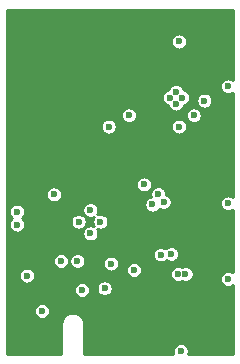
<source format=gbr>
G04 #@! TF.GenerationSoftware,KiCad,Pcbnew,5.1.4-e60b266~84~ubuntu16.04.1*
G04 #@! TF.CreationDate,2019-11-09T12:49:13+01:00*
G04 #@! TF.ProjectId,MiniVarioL0,4d696e69-5661-4726-996f-4c302e6b6963,v1.0.0*
G04 #@! TF.SameCoordinates,PX84157a0PY7270e00*
G04 #@! TF.FileFunction,Copper,L3,Inr*
G04 #@! TF.FilePolarity,Positive*
%FSLAX46Y46*%
G04 Gerber Fmt 4.6, Leading zero omitted, Abs format (unit mm)*
G04 Created by KiCad (PCBNEW 5.1.4-e60b266~84~ubuntu16.04.1) date 2019-11-09 12:49:13*
%MOMM*%
%LPD*%
G04 APERTURE LIST*
%ADD10C,0.600000*%
%ADD11C,0.250000*%
G04 APERTURE END LIST*
D10*
X15550000Y7200000D03*
X14900000Y7200000D03*
X6800000Y5850000D03*
X9250000Y8100000D03*
X11200000Y7550000D03*
X1300000Y12500000D03*
X1300000Y11400000D03*
X13250000Y14000000D03*
X7500000Y12650000D03*
X8350000Y11650000D03*
X6500000Y11650000D03*
X7500000Y10650000D03*
X14750000Y22650000D03*
X14750000Y21650000D03*
X14250000Y22150000D03*
X15250000Y22150000D03*
X13450000Y8850000D03*
X15150000Y700000D03*
X19150000Y23100000D03*
X19150000Y13200000D03*
X19150000Y6800000D03*
X3400000Y4100000D03*
X14200000Y24600000D03*
X18160000Y11510000D03*
X18800000Y11500000D03*
X1500000Y4650000D03*
X11200000Y13350000D03*
X10700000Y9800000D03*
X10225000Y6825000D03*
X4450000Y15400000D03*
X3700000Y9300000D03*
X13550000Y8100000D03*
X10800000Y17400000D03*
X15000000Y26900000D03*
X17150000Y21900000D03*
X2115000Y7085000D03*
X12050000Y14800000D03*
X12750000Y13100000D03*
X5000000Y8300000D03*
X16250000Y20650000D03*
X10750000Y20650000D03*
X15000000Y19700000D03*
X9050000Y19700000D03*
X14350000Y8900000D03*
X13700000Y13300000D03*
X8700000Y6000000D03*
X6400000Y8300000D03*
X4400000Y13950000D03*
D11*
G36*
X19546000Y23652027D02*
G01*
X19471627Y23701722D01*
X19348057Y23752906D01*
X19216876Y23779000D01*
X19083124Y23779000D01*
X18951943Y23752906D01*
X18828373Y23701722D01*
X18717163Y23627413D01*
X18622587Y23532837D01*
X18548278Y23421627D01*
X18497094Y23298057D01*
X18471000Y23166876D01*
X18471000Y23033124D01*
X18497094Y22901943D01*
X18548278Y22778373D01*
X18622587Y22667163D01*
X18717163Y22572587D01*
X18828373Y22498278D01*
X18951943Y22447094D01*
X19083124Y22421000D01*
X19216876Y22421000D01*
X19348057Y22447094D01*
X19471627Y22498278D01*
X19546000Y22547973D01*
X19546001Y13752027D01*
X19471627Y13801722D01*
X19348057Y13852906D01*
X19216876Y13879000D01*
X19083124Y13879000D01*
X18951943Y13852906D01*
X18828373Y13801722D01*
X18717163Y13727413D01*
X18622587Y13632837D01*
X18548278Y13521627D01*
X18497094Y13398057D01*
X18471000Y13266876D01*
X18471000Y13133124D01*
X18497094Y13001943D01*
X18548278Y12878373D01*
X18622587Y12767163D01*
X18717163Y12672587D01*
X18828373Y12598278D01*
X18951943Y12547094D01*
X19083124Y12521000D01*
X19216876Y12521000D01*
X19348057Y12547094D01*
X19471627Y12598278D01*
X19546001Y12647973D01*
X19546001Y7352026D01*
X19471627Y7401722D01*
X19348057Y7452906D01*
X19216876Y7479000D01*
X19083124Y7479000D01*
X18951943Y7452906D01*
X18828373Y7401722D01*
X18717163Y7327413D01*
X18622587Y7232837D01*
X18548278Y7121627D01*
X18497094Y6998057D01*
X18471000Y6866876D01*
X18471000Y6733124D01*
X18497094Y6601943D01*
X18548278Y6478373D01*
X18622587Y6367163D01*
X18717163Y6272587D01*
X18828373Y6198278D01*
X18951943Y6147094D01*
X19083124Y6121000D01*
X19216876Y6121000D01*
X19348057Y6147094D01*
X19471627Y6198278D01*
X19546001Y6247974D01*
X19546001Y454000D01*
X15783048Y454000D01*
X15802906Y501943D01*
X15829000Y633124D01*
X15829000Y766876D01*
X15802906Y898057D01*
X15751722Y1021627D01*
X15677413Y1132837D01*
X15582837Y1227413D01*
X15471627Y1301722D01*
X15348057Y1352906D01*
X15216876Y1379000D01*
X15083124Y1379000D01*
X14951943Y1352906D01*
X14828373Y1301722D01*
X14717163Y1227413D01*
X14622587Y1132837D01*
X14548278Y1021627D01*
X14497094Y898057D01*
X14471000Y766876D01*
X14471000Y633124D01*
X14497094Y501943D01*
X14516952Y454000D01*
X6954000Y454000D01*
X6954000Y3022295D01*
X6951784Y3044794D01*
X6951784Y3051281D01*
X6951121Y3057586D01*
X6940244Y3154561D01*
X6931688Y3194816D01*
X6923697Y3235176D01*
X6921822Y3241231D01*
X6892316Y3334247D01*
X6876094Y3372095D01*
X6860425Y3410113D01*
X6857415Y3415679D01*
X6857411Y3415687D01*
X6857406Y3415694D01*
X6810398Y3501201D01*
X6787158Y3535142D01*
X6764382Y3569424D01*
X6760341Y3574308D01*
X6760340Y3574310D01*
X6760336Y3574314D01*
X6697616Y3649061D01*
X6668209Y3677858D01*
X6639219Y3707051D01*
X6634313Y3711052D01*
X6634310Y3711055D01*
X6634307Y3711057D01*
X6558257Y3772202D01*
X6523840Y3794724D01*
X6489716Y3817741D01*
X6484119Y3820717D01*
X6397641Y3865927D01*
X6359463Y3881352D01*
X6321555Y3897287D01*
X6315491Y3899118D01*
X6315485Y3899120D01*
X6221874Y3926671D01*
X6181460Y3934381D01*
X6141146Y3942656D01*
X6134841Y3943275D01*
X6134837Y3943275D01*
X6037655Y3952119D01*
X5996509Y3951832D01*
X5955363Y3952119D01*
X5949054Y3951500D01*
X5949052Y3951500D01*
X5852006Y3941300D01*
X5811704Y3933027D01*
X5771277Y3925316D01*
X5765215Y3923485D01*
X5765211Y3923484D01*
X5765208Y3923483D01*
X5765209Y3923483D01*
X5671991Y3894627D01*
X5634080Y3878691D01*
X5595906Y3863268D01*
X5590309Y3860291D01*
X5504471Y3813878D01*
X5470387Y3790888D01*
X5435925Y3768337D01*
X5431013Y3764330D01*
X5355824Y3702128D01*
X5326856Y3672957D01*
X5297430Y3644142D01*
X5293390Y3639257D01*
X5231715Y3563636D01*
X5208941Y3529358D01*
X5185696Y3495411D01*
X5182685Y3489840D01*
X5182682Y3489836D01*
X5182682Y3489835D01*
X5136870Y3403675D01*
X5121190Y3365632D01*
X5104980Y3327813D01*
X5103108Y3321763D01*
X5103105Y3321756D01*
X5103105Y3321754D01*
X5074901Y3228339D01*
X5066915Y3188007D01*
X5058352Y3147723D01*
X5057690Y3141418D01*
X5048168Y3044301D01*
X5046001Y3022295D01*
X5046000Y454000D01*
X454000Y454000D01*
X454000Y4166876D01*
X2721000Y4166876D01*
X2721000Y4033124D01*
X2747094Y3901943D01*
X2798278Y3778373D01*
X2872587Y3667163D01*
X2967163Y3572587D01*
X3078373Y3498278D01*
X3201943Y3447094D01*
X3333124Y3421000D01*
X3466876Y3421000D01*
X3598057Y3447094D01*
X3721627Y3498278D01*
X3832837Y3572587D01*
X3927413Y3667163D01*
X4001722Y3778373D01*
X4052906Y3901943D01*
X4079000Y4033124D01*
X4079000Y4166876D01*
X4052906Y4298057D01*
X4001722Y4421627D01*
X3927413Y4532837D01*
X3832837Y4627413D01*
X3721627Y4701722D01*
X3598057Y4752906D01*
X3466876Y4779000D01*
X3333124Y4779000D01*
X3201943Y4752906D01*
X3078373Y4701722D01*
X2967163Y4627413D01*
X2872587Y4532837D01*
X2798278Y4421627D01*
X2747094Y4298057D01*
X2721000Y4166876D01*
X454000Y4166876D01*
X454000Y5916876D01*
X6121000Y5916876D01*
X6121000Y5783124D01*
X6147094Y5651943D01*
X6198278Y5528373D01*
X6272587Y5417163D01*
X6367163Y5322587D01*
X6478373Y5248278D01*
X6601943Y5197094D01*
X6733124Y5171000D01*
X6866876Y5171000D01*
X6998057Y5197094D01*
X7121627Y5248278D01*
X7232837Y5322587D01*
X7327413Y5417163D01*
X7401722Y5528373D01*
X7452906Y5651943D01*
X7479000Y5783124D01*
X7479000Y5916876D01*
X7452906Y6048057D01*
X7445111Y6066876D01*
X8021000Y6066876D01*
X8021000Y5933124D01*
X8047094Y5801943D01*
X8098278Y5678373D01*
X8172587Y5567163D01*
X8267163Y5472587D01*
X8378373Y5398278D01*
X8501943Y5347094D01*
X8633124Y5321000D01*
X8766876Y5321000D01*
X8898057Y5347094D01*
X9021627Y5398278D01*
X9132837Y5472587D01*
X9227413Y5567163D01*
X9301722Y5678373D01*
X9352906Y5801943D01*
X9379000Y5933124D01*
X9379000Y6066876D01*
X9352906Y6198057D01*
X9301722Y6321627D01*
X9227413Y6432837D01*
X9132837Y6527413D01*
X9021627Y6601722D01*
X8898057Y6652906D01*
X8766876Y6679000D01*
X8633124Y6679000D01*
X8501943Y6652906D01*
X8378373Y6601722D01*
X8267163Y6527413D01*
X8172587Y6432837D01*
X8098278Y6321627D01*
X8047094Y6198057D01*
X8021000Y6066876D01*
X7445111Y6066876D01*
X7401722Y6171627D01*
X7327413Y6282837D01*
X7232837Y6377413D01*
X7121627Y6451722D01*
X6998057Y6502906D01*
X6866876Y6529000D01*
X6733124Y6529000D01*
X6601943Y6502906D01*
X6478373Y6451722D01*
X6367163Y6377413D01*
X6272587Y6282837D01*
X6198278Y6171627D01*
X6147094Y6048057D01*
X6121000Y5916876D01*
X454000Y5916876D01*
X454000Y7151876D01*
X1436000Y7151876D01*
X1436000Y7018124D01*
X1462094Y6886943D01*
X1513278Y6763373D01*
X1587587Y6652163D01*
X1682163Y6557587D01*
X1793373Y6483278D01*
X1916943Y6432094D01*
X2048124Y6406000D01*
X2181876Y6406000D01*
X2313057Y6432094D01*
X2436627Y6483278D01*
X2547837Y6557587D01*
X2642413Y6652163D01*
X2716722Y6763373D01*
X2767906Y6886943D01*
X2794000Y7018124D01*
X2794000Y7151876D01*
X2767906Y7283057D01*
X2716722Y7406627D01*
X2642413Y7517837D01*
X2547837Y7612413D01*
X2436627Y7686722D01*
X2313057Y7737906D01*
X2181876Y7764000D01*
X2048124Y7764000D01*
X1916943Y7737906D01*
X1793373Y7686722D01*
X1682163Y7612413D01*
X1587587Y7517837D01*
X1513278Y7406627D01*
X1462094Y7283057D01*
X1436000Y7151876D01*
X454000Y7151876D01*
X454000Y8366876D01*
X4321000Y8366876D01*
X4321000Y8233124D01*
X4347094Y8101943D01*
X4398278Y7978373D01*
X4472587Y7867163D01*
X4567163Y7772587D01*
X4678373Y7698278D01*
X4801943Y7647094D01*
X4933124Y7621000D01*
X5066876Y7621000D01*
X5198057Y7647094D01*
X5321627Y7698278D01*
X5432837Y7772587D01*
X5527413Y7867163D01*
X5601722Y7978373D01*
X5652906Y8101943D01*
X5679000Y8233124D01*
X5679000Y8366876D01*
X5721000Y8366876D01*
X5721000Y8233124D01*
X5747094Y8101943D01*
X5798278Y7978373D01*
X5872587Y7867163D01*
X5967163Y7772587D01*
X6078373Y7698278D01*
X6201943Y7647094D01*
X6333124Y7621000D01*
X6466876Y7621000D01*
X6598057Y7647094D01*
X6721627Y7698278D01*
X6832837Y7772587D01*
X6927413Y7867163D01*
X7001722Y7978373D01*
X7052906Y8101943D01*
X7065822Y8166876D01*
X8571000Y8166876D01*
X8571000Y8033124D01*
X8597094Y7901943D01*
X8648278Y7778373D01*
X8722587Y7667163D01*
X8817163Y7572587D01*
X8928373Y7498278D01*
X9051943Y7447094D01*
X9183124Y7421000D01*
X9316876Y7421000D01*
X9448057Y7447094D01*
X9571627Y7498278D01*
X9682837Y7572587D01*
X9727126Y7616876D01*
X10521000Y7616876D01*
X10521000Y7483124D01*
X10547094Y7351943D01*
X10598278Y7228373D01*
X10672587Y7117163D01*
X10767163Y7022587D01*
X10878373Y6948278D01*
X11001943Y6897094D01*
X11133124Y6871000D01*
X11266876Y6871000D01*
X11398057Y6897094D01*
X11521627Y6948278D01*
X11632837Y7022587D01*
X11727413Y7117163D01*
X11801722Y7228373D01*
X11817670Y7266876D01*
X14221000Y7266876D01*
X14221000Y7133124D01*
X14247094Y7001943D01*
X14298278Y6878373D01*
X14372587Y6767163D01*
X14467163Y6672587D01*
X14578373Y6598278D01*
X14701943Y6547094D01*
X14833124Y6521000D01*
X14966876Y6521000D01*
X15098057Y6547094D01*
X15221627Y6598278D01*
X15225000Y6600532D01*
X15228373Y6598278D01*
X15351943Y6547094D01*
X15483124Y6521000D01*
X15616876Y6521000D01*
X15748057Y6547094D01*
X15871627Y6598278D01*
X15982837Y6672587D01*
X16077413Y6767163D01*
X16151722Y6878373D01*
X16202906Y7001943D01*
X16229000Y7133124D01*
X16229000Y7266876D01*
X16202906Y7398057D01*
X16151722Y7521627D01*
X16077413Y7632837D01*
X15982837Y7727413D01*
X15871627Y7801722D01*
X15748057Y7852906D01*
X15616876Y7879000D01*
X15483124Y7879000D01*
X15351943Y7852906D01*
X15228373Y7801722D01*
X15225000Y7799468D01*
X15221627Y7801722D01*
X15098057Y7852906D01*
X14966876Y7879000D01*
X14833124Y7879000D01*
X14701943Y7852906D01*
X14578373Y7801722D01*
X14467163Y7727413D01*
X14372587Y7632837D01*
X14298278Y7521627D01*
X14247094Y7398057D01*
X14221000Y7266876D01*
X11817670Y7266876D01*
X11852906Y7351943D01*
X11879000Y7483124D01*
X11879000Y7616876D01*
X11852906Y7748057D01*
X11801722Y7871627D01*
X11727413Y7982837D01*
X11632837Y8077413D01*
X11521627Y8151722D01*
X11398057Y8202906D01*
X11266876Y8229000D01*
X11133124Y8229000D01*
X11001943Y8202906D01*
X10878373Y8151722D01*
X10767163Y8077413D01*
X10672587Y7982837D01*
X10598278Y7871627D01*
X10547094Y7748057D01*
X10521000Y7616876D01*
X9727126Y7616876D01*
X9777413Y7667163D01*
X9851722Y7778373D01*
X9902906Y7901943D01*
X9929000Y8033124D01*
X9929000Y8166876D01*
X9902906Y8298057D01*
X9851722Y8421627D01*
X9777413Y8532837D01*
X9682837Y8627413D01*
X9571627Y8701722D01*
X9448057Y8752906D01*
X9316876Y8779000D01*
X9183124Y8779000D01*
X9051943Y8752906D01*
X8928373Y8701722D01*
X8817163Y8627413D01*
X8722587Y8532837D01*
X8648278Y8421627D01*
X8597094Y8298057D01*
X8571000Y8166876D01*
X7065822Y8166876D01*
X7079000Y8233124D01*
X7079000Y8366876D01*
X7052906Y8498057D01*
X7001722Y8621627D01*
X6927413Y8732837D01*
X6832837Y8827413D01*
X6721627Y8901722D01*
X6685042Y8916876D01*
X12771000Y8916876D01*
X12771000Y8783124D01*
X12797094Y8651943D01*
X12848278Y8528373D01*
X12922587Y8417163D01*
X13017163Y8322587D01*
X13128373Y8248278D01*
X13251943Y8197094D01*
X13383124Y8171000D01*
X13516876Y8171000D01*
X13648057Y8197094D01*
X13771627Y8248278D01*
X13882837Y8322587D01*
X13926559Y8366309D01*
X14028373Y8298278D01*
X14151943Y8247094D01*
X14283124Y8221000D01*
X14416876Y8221000D01*
X14548057Y8247094D01*
X14671627Y8298278D01*
X14782837Y8372587D01*
X14877413Y8467163D01*
X14951722Y8578373D01*
X15002906Y8701943D01*
X15029000Y8833124D01*
X15029000Y8966876D01*
X15002906Y9098057D01*
X14951722Y9221627D01*
X14877413Y9332837D01*
X14782837Y9427413D01*
X14671627Y9501722D01*
X14548057Y9552906D01*
X14416876Y9579000D01*
X14283124Y9579000D01*
X14151943Y9552906D01*
X14028373Y9501722D01*
X13917163Y9427413D01*
X13873441Y9383691D01*
X13771627Y9451722D01*
X13648057Y9502906D01*
X13516876Y9529000D01*
X13383124Y9529000D01*
X13251943Y9502906D01*
X13128373Y9451722D01*
X13017163Y9377413D01*
X12922587Y9282837D01*
X12848278Y9171627D01*
X12797094Y9048057D01*
X12771000Y8916876D01*
X6685042Y8916876D01*
X6598057Y8952906D01*
X6466876Y8979000D01*
X6333124Y8979000D01*
X6201943Y8952906D01*
X6078373Y8901722D01*
X5967163Y8827413D01*
X5872587Y8732837D01*
X5798278Y8621627D01*
X5747094Y8498057D01*
X5721000Y8366876D01*
X5679000Y8366876D01*
X5652906Y8498057D01*
X5601722Y8621627D01*
X5527413Y8732837D01*
X5432837Y8827413D01*
X5321627Y8901722D01*
X5198057Y8952906D01*
X5066876Y8979000D01*
X4933124Y8979000D01*
X4801943Y8952906D01*
X4678373Y8901722D01*
X4567163Y8827413D01*
X4472587Y8732837D01*
X4398278Y8621627D01*
X4347094Y8498057D01*
X4321000Y8366876D01*
X454000Y8366876D01*
X454000Y12566876D01*
X621000Y12566876D01*
X621000Y12433124D01*
X647094Y12301943D01*
X698278Y12178373D01*
X772587Y12067163D01*
X867163Y11972587D01*
X900966Y11950000D01*
X867163Y11927413D01*
X772587Y11832837D01*
X698278Y11721627D01*
X647094Y11598057D01*
X621000Y11466876D01*
X621000Y11333124D01*
X647094Y11201943D01*
X698278Y11078373D01*
X772587Y10967163D01*
X867163Y10872587D01*
X978373Y10798278D01*
X1101943Y10747094D01*
X1233124Y10721000D01*
X1366876Y10721000D01*
X1498057Y10747094D01*
X1621627Y10798278D01*
X1732837Y10872587D01*
X1827413Y10967163D01*
X1901722Y11078373D01*
X1952906Y11201943D01*
X1979000Y11333124D01*
X1979000Y11466876D01*
X1952906Y11598057D01*
X1903690Y11716876D01*
X5821000Y11716876D01*
X5821000Y11583124D01*
X5847094Y11451943D01*
X5898278Y11328373D01*
X5972587Y11217163D01*
X6067163Y11122587D01*
X6178373Y11048278D01*
X6301943Y10997094D01*
X6433124Y10971000D01*
X6566876Y10971000D01*
X6698057Y10997094D01*
X6821627Y11048278D01*
X6932837Y11122587D01*
X7027413Y11217163D01*
X7101722Y11328373D01*
X7152906Y11451943D01*
X7179000Y11583124D01*
X7179000Y11716876D01*
X7152906Y11848057D01*
X7101722Y11971627D01*
X7027413Y12082837D01*
X6932837Y12177413D01*
X6821627Y12251722D01*
X6698057Y12302906D01*
X6566876Y12329000D01*
X6433124Y12329000D01*
X6301943Y12302906D01*
X6178373Y12251722D01*
X6067163Y12177413D01*
X5972587Y12082837D01*
X5898278Y11971627D01*
X5847094Y11848057D01*
X5821000Y11716876D01*
X1903690Y11716876D01*
X1901722Y11721627D01*
X1827413Y11832837D01*
X1732837Y11927413D01*
X1699034Y11950000D01*
X1732837Y11972587D01*
X1827413Y12067163D01*
X1901722Y12178373D01*
X1952906Y12301943D01*
X1979000Y12433124D01*
X1979000Y12566876D01*
X1952906Y12698057D01*
X1945111Y12716876D01*
X6821000Y12716876D01*
X6821000Y12583124D01*
X6847094Y12451943D01*
X6898278Y12328373D01*
X6972587Y12217163D01*
X7067163Y12122587D01*
X7178373Y12048278D01*
X7301943Y11997094D01*
X7433124Y11971000D01*
X7566876Y11971000D01*
X7698057Y11997094D01*
X7791026Y12035603D01*
X7748278Y11971627D01*
X7697094Y11848057D01*
X7671000Y11716876D01*
X7671000Y11583124D01*
X7697094Y11451943D01*
X7748278Y11328373D01*
X7791026Y11264397D01*
X7698057Y11302906D01*
X7566876Y11329000D01*
X7433124Y11329000D01*
X7301943Y11302906D01*
X7178373Y11251722D01*
X7067163Y11177413D01*
X6972587Y11082837D01*
X6898278Y10971627D01*
X6847094Y10848057D01*
X6821000Y10716876D01*
X6821000Y10583124D01*
X6847094Y10451943D01*
X6898278Y10328373D01*
X6972587Y10217163D01*
X7067163Y10122587D01*
X7178373Y10048278D01*
X7301943Y9997094D01*
X7433124Y9971000D01*
X7566876Y9971000D01*
X7698057Y9997094D01*
X7821627Y10048278D01*
X7932837Y10122587D01*
X8027413Y10217163D01*
X8101722Y10328373D01*
X8152906Y10451943D01*
X8179000Y10583124D01*
X8179000Y10716876D01*
X8152906Y10848057D01*
X8101722Y10971627D01*
X8058974Y11035603D01*
X8151943Y10997094D01*
X8283124Y10971000D01*
X8416876Y10971000D01*
X8548057Y10997094D01*
X8671627Y11048278D01*
X8782837Y11122587D01*
X8877413Y11217163D01*
X8951722Y11328373D01*
X9002906Y11451943D01*
X9029000Y11583124D01*
X9029000Y11716876D01*
X9002906Y11848057D01*
X8951722Y11971627D01*
X8877413Y12082837D01*
X8782837Y12177413D01*
X8671627Y12251722D01*
X8548057Y12302906D01*
X8416876Y12329000D01*
X8283124Y12329000D01*
X8151943Y12302906D01*
X8058974Y12264397D01*
X8101722Y12328373D01*
X8152906Y12451943D01*
X8179000Y12583124D01*
X8179000Y12716876D01*
X8152906Y12848057D01*
X8101722Y12971627D01*
X8027413Y13082837D01*
X7943374Y13166876D01*
X12071000Y13166876D01*
X12071000Y13033124D01*
X12097094Y12901943D01*
X12148278Y12778373D01*
X12222587Y12667163D01*
X12317163Y12572587D01*
X12428373Y12498278D01*
X12551943Y12447094D01*
X12683124Y12421000D01*
X12816876Y12421000D01*
X12948057Y12447094D01*
X13071627Y12498278D01*
X13182837Y12572587D01*
X13277413Y12667163D01*
X13322949Y12735312D01*
X13378373Y12698278D01*
X13501943Y12647094D01*
X13633124Y12621000D01*
X13766876Y12621000D01*
X13898057Y12647094D01*
X14021627Y12698278D01*
X14132837Y12772587D01*
X14227413Y12867163D01*
X14301722Y12978373D01*
X14352906Y13101943D01*
X14379000Y13233124D01*
X14379000Y13366876D01*
X14352906Y13498057D01*
X14301722Y13621627D01*
X14227413Y13732837D01*
X14132837Y13827413D01*
X14021627Y13901722D01*
X13929000Y13940089D01*
X13929000Y14066876D01*
X13902906Y14198057D01*
X13851722Y14321627D01*
X13777413Y14432837D01*
X13682837Y14527413D01*
X13571627Y14601722D01*
X13448057Y14652906D01*
X13316876Y14679000D01*
X13183124Y14679000D01*
X13051943Y14652906D01*
X12928373Y14601722D01*
X12817163Y14527413D01*
X12722587Y14432837D01*
X12648278Y14321627D01*
X12597094Y14198057D01*
X12571000Y14066876D01*
X12571000Y13933124D01*
X12597094Y13801943D01*
X12612423Y13764936D01*
X12551943Y13752906D01*
X12428373Y13701722D01*
X12317163Y13627413D01*
X12222587Y13532837D01*
X12148278Y13421627D01*
X12097094Y13298057D01*
X12071000Y13166876D01*
X7943374Y13166876D01*
X7932837Y13177413D01*
X7821627Y13251722D01*
X7698057Y13302906D01*
X7566876Y13329000D01*
X7433124Y13329000D01*
X7301943Y13302906D01*
X7178373Y13251722D01*
X7067163Y13177413D01*
X6972587Y13082837D01*
X6898278Y12971627D01*
X6847094Y12848057D01*
X6821000Y12716876D01*
X1945111Y12716876D01*
X1901722Y12821627D01*
X1827413Y12932837D01*
X1732837Y13027413D01*
X1621627Y13101722D01*
X1498057Y13152906D01*
X1366876Y13179000D01*
X1233124Y13179000D01*
X1101943Y13152906D01*
X978373Y13101722D01*
X867163Y13027413D01*
X772587Y12932837D01*
X698278Y12821627D01*
X647094Y12698057D01*
X621000Y12566876D01*
X454000Y12566876D01*
X454000Y14016876D01*
X3721000Y14016876D01*
X3721000Y13883124D01*
X3747094Y13751943D01*
X3798278Y13628373D01*
X3872587Y13517163D01*
X3967163Y13422587D01*
X4078373Y13348278D01*
X4201943Y13297094D01*
X4333124Y13271000D01*
X4466876Y13271000D01*
X4598057Y13297094D01*
X4721627Y13348278D01*
X4832837Y13422587D01*
X4927413Y13517163D01*
X5001722Y13628373D01*
X5052906Y13751943D01*
X5079000Y13883124D01*
X5079000Y14016876D01*
X5052906Y14148057D01*
X5001722Y14271627D01*
X4927413Y14382837D01*
X4832837Y14477413D01*
X4721627Y14551722D01*
X4598057Y14602906D01*
X4466876Y14629000D01*
X4333124Y14629000D01*
X4201943Y14602906D01*
X4078373Y14551722D01*
X3967163Y14477413D01*
X3872587Y14382837D01*
X3798278Y14271627D01*
X3747094Y14148057D01*
X3721000Y14016876D01*
X454000Y14016876D01*
X454000Y14866876D01*
X11371000Y14866876D01*
X11371000Y14733124D01*
X11397094Y14601943D01*
X11448278Y14478373D01*
X11522587Y14367163D01*
X11617163Y14272587D01*
X11728373Y14198278D01*
X11851943Y14147094D01*
X11983124Y14121000D01*
X12116876Y14121000D01*
X12248057Y14147094D01*
X12371627Y14198278D01*
X12482837Y14272587D01*
X12577413Y14367163D01*
X12651722Y14478373D01*
X12702906Y14601943D01*
X12729000Y14733124D01*
X12729000Y14866876D01*
X12702906Y14998057D01*
X12651722Y15121627D01*
X12577413Y15232837D01*
X12482837Y15327413D01*
X12371627Y15401722D01*
X12248057Y15452906D01*
X12116876Y15479000D01*
X11983124Y15479000D01*
X11851943Y15452906D01*
X11728373Y15401722D01*
X11617163Y15327413D01*
X11522587Y15232837D01*
X11448278Y15121627D01*
X11397094Y14998057D01*
X11371000Y14866876D01*
X454000Y14866876D01*
X454000Y19766876D01*
X8371000Y19766876D01*
X8371000Y19633124D01*
X8397094Y19501943D01*
X8448278Y19378373D01*
X8522587Y19267163D01*
X8617163Y19172587D01*
X8728373Y19098278D01*
X8851943Y19047094D01*
X8983124Y19021000D01*
X9116876Y19021000D01*
X9248057Y19047094D01*
X9371627Y19098278D01*
X9482837Y19172587D01*
X9577413Y19267163D01*
X9651722Y19378373D01*
X9702906Y19501943D01*
X9729000Y19633124D01*
X9729000Y19766876D01*
X14321000Y19766876D01*
X14321000Y19633124D01*
X14347094Y19501943D01*
X14398278Y19378373D01*
X14472587Y19267163D01*
X14567163Y19172587D01*
X14678373Y19098278D01*
X14801943Y19047094D01*
X14933124Y19021000D01*
X15066876Y19021000D01*
X15198057Y19047094D01*
X15321627Y19098278D01*
X15432837Y19172587D01*
X15527413Y19267163D01*
X15601722Y19378373D01*
X15652906Y19501943D01*
X15679000Y19633124D01*
X15679000Y19766876D01*
X15652906Y19898057D01*
X15601722Y20021627D01*
X15527413Y20132837D01*
X15432837Y20227413D01*
X15321627Y20301722D01*
X15198057Y20352906D01*
X15066876Y20379000D01*
X14933124Y20379000D01*
X14801943Y20352906D01*
X14678373Y20301722D01*
X14567163Y20227413D01*
X14472587Y20132837D01*
X14398278Y20021627D01*
X14347094Y19898057D01*
X14321000Y19766876D01*
X9729000Y19766876D01*
X9702906Y19898057D01*
X9651722Y20021627D01*
X9577413Y20132837D01*
X9482837Y20227413D01*
X9371627Y20301722D01*
X9248057Y20352906D01*
X9116876Y20379000D01*
X8983124Y20379000D01*
X8851943Y20352906D01*
X8728373Y20301722D01*
X8617163Y20227413D01*
X8522587Y20132837D01*
X8448278Y20021627D01*
X8397094Y19898057D01*
X8371000Y19766876D01*
X454000Y19766876D01*
X454000Y20716876D01*
X10071000Y20716876D01*
X10071000Y20583124D01*
X10097094Y20451943D01*
X10148278Y20328373D01*
X10222587Y20217163D01*
X10317163Y20122587D01*
X10428373Y20048278D01*
X10551943Y19997094D01*
X10683124Y19971000D01*
X10816876Y19971000D01*
X10948057Y19997094D01*
X11071627Y20048278D01*
X11182837Y20122587D01*
X11277413Y20217163D01*
X11351722Y20328373D01*
X11402906Y20451943D01*
X11429000Y20583124D01*
X11429000Y20716876D01*
X15571000Y20716876D01*
X15571000Y20583124D01*
X15597094Y20451943D01*
X15648278Y20328373D01*
X15722587Y20217163D01*
X15817163Y20122587D01*
X15928373Y20048278D01*
X16051943Y19997094D01*
X16183124Y19971000D01*
X16316876Y19971000D01*
X16448057Y19997094D01*
X16571627Y20048278D01*
X16682837Y20122587D01*
X16777413Y20217163D01*
X16851722Y20328373D01*
X16902906Y20451943D01*
X16929000Y20583124D01*
X16929000Y20716876D01*
X16902906Y20848057D01*
X16851722Y20971627D01*
X16777413Y21082837D01*
X16682837Y21177413D01*
X16571627Y21251722D01*
X16448057Y21302906D01*
X16316876Y21329000D01*
X16183124Y21329000D01*
X16051943Y21302906D01*
X15928373Y21251722D01*
X15817163Y21177413D01*
X15722587Y21082837D01*
X15648278Y20971627D01*
X15597094Y20848057D01*
X15571000Y20716876D01*
X11429000Y20716876D01*
X11402906Y20848057D01*
X11351722Y20971627D01*
X11277413Y21082837D01*
X11182837Y21177413D01*
X11071627Y21251722D01*
X10948057Y21302906D01*
X10816876Y21329000D01*
X10683124Y21329000D01*
X10551943Y21302906D01*
X10428373Y21251722D01*
X10317163Y21177413D01*
X10222587Y21082837D01*
X10148278Y20971627D01*
X10097094Y20848057D01*
X10071000Y20716876D01*
X454000Y20716876D01*
X454000Y22216876D01*
X13571000Y22216876D01*
X13571000Y22083124D01*
X13597094Y21951943D01*
X13648278Y21828373D01*
X13722587Y21717163D01*
X13817163Y21622587D01*
X13928373Y21548278D01*
X14051943Y21497094D01*
X14089603Y21489603D01*
X14097094Y21451943D01*
X14148278Y21328373D01*
X14222587Y21217163D01*
X14317163Y21122587D01*
X14428373Y21048278D01*
X14551943Y20997094D01*
X14683124Y20971000D01*
X14816876Y20971000D01*
X14948057Y20997094D01*
X15071627Y21048278D01*
X15182837Y21122587D01*
X15277413Y21217163D01*
X15351722Y21328373D01*
X15402906Y21451943D01*
X15410397Y21489603D01*
X15448057Y21497094D01*
X15571627Y21548278D01*
X15682837Y21622587D01*
X15777413Y21717163D01*
X15851722Y21828373D01*
X15902906Y21951943D01*
X15905876Y21966876D01*
X16471000Y21966876D01*
X16471000Y21833124D01*
X16497094Y21701943D01*
X16548278Y21578373D01*
X16622587Y21467163D01*
X16717163Y21372587D01*
X16828373Y21298278D01*
X16951943Y21247094D01*
X17083124Y21221000D01*
X17216876Y21221000D01*
X17348057Y21247094D01*
X17471627Y21298278D01*
X17582837Y21372587D01*
X17677413Y21467163D01*
X17751722Y21578373D01*
X17802906Y21701943D01*
X17829000Y21833124D01*
X17829000Y21966876D01*
X17802906Y22098057D01*
X17751722Y22221627D01*
X17677413Y22332837D01*
X17582837Y22427413D01*
X17471627Y22501722D01*
X17348057Y22552906D01*
X17216876Y22579000D01*
X17083124Y22579000D01*
X16951943Y22552906D01*
X16828373Y22501722D01*
X16717163Y22427413D01*
X16622587Y22332837D01*
X16548278Y22221627D01*
X16497094Y22098057D01*
X16471000Y21966876D01*
X15905876Y21966876D01*
X15929000Y22083124D01*
X15929000Y22216876D01*
X15902906Y22348057D01*
X15851722Y22471627D01*
X15777413Y22582837D01*
X15682837Y22677413D01*
X15571627Y22751722D01*
X15448057Y22802906D01*
X15410397Y22810397D01*
X15402906Y22848057D01*
X15351722Y22971627D01*
X15277413Y23082837D01*
X15182837Y23177413D01*
X15071627Y23251722D01*
X14948057Y23302906D01*
X14816876Y23329000D01*
X14683124Y23329000D01*
X14551943Y23302906D01*
X14428373Y23251722D01*
X14317163Y23177413D01*
X14222587Y23082837D01*
X14148278Y22971627D01*
X14097094Y22848057D01*
X14089603Y22810397D01*
X14051943Y22802906D01*
X13928373Y22751722D01*
X13817163Y22677413D01*
X13722587Y22582837D01*
X13648278Y22471627D01*
X13597094Y22348057D01*
X13571000Y22216876D01*
X454000Y22216876D01*
X454000Y26966876D01*
X14321000Y26966876D01*
X14321000Y26833124D01*
X14347094Y26701943D01*
X14398278Y26578373D01*
X14472587Y26467163D01*
X14567163Y26372587D01*
X14678373Y26298278D01*
X14801943Y26247094D01*
X14933124Y26221000D01*
X15066876Y26221000D01*
X15198057Y26247094D01*
X15321627Y26298278D01*
X15432837Y26372587D01*
X15527413Y26467163D01*
X15601722Y26578373D01*
X15652906Y26701943D01*
X15679000Y26833124D01*
X15679000Y26966876D01*
X15652906Y27098057D01*
X15601722Y27221627D01*
X15527413Y27332837D01*
X15432837Y27427413D01*
X15321627Y27501722D01*
X15198057Y27552906D01*
X15066876Y27579000D01*
X14933124Y27579000D01*
X14801943Y27552906D01*
X14678373Y27501722D01*
X14567163Y27427413D01*
X14472587Y27332837D01*
X14398278Y27221627D01*
X14347094Y27098057D01*
X14321000Y26966876D01*
X454000Y26966876D01*
X454000Y29546000D01*
X19546000Y29546000D01*
X19546000Y23652027D01*
X19546000Y23652027D01*
G37*
X19546000Y23652027D02*
X19471627Y23701722D01*
X19348057Y23752906D01*
X19216876Y23779000D01*
X19083124Y23779000D01*
X18951943Y23752906D01*
X18828373Y23701722D01*
X18717163Y23627413D01*
X18622587Y23532837D01*
X18548278Y23421627D01*
X18497094Y23298057D01*
X18471000Y23166876D01*
X18471000Y23033124D01*
X18497094Y22901943D01*
X18548278Y22778373D01*
X18622587Y22667163D01*
X18717163Y22572587D01*
X18828373Y22498278D01*
X18951943Y22447094D01*
X19083124Y22421000D01*
X19216876Y22421000D01*
X19348057Y22447094D01*
X19471627Y22498278D01*
X19546000Y22547973D01*
X19546001Y13752027D01*
X19471627Y13801722D01*
X19348057Y13852906D01*
X19216876Y13879000D01*
X19083124Y13879000D01*
X18951943Y13852906D01*
X18828373Y13801722D01*
X18717163Y13727413D01*
X18622587Y13632837D01*
X18548278Y13521627D01*
X18497094Y13398057D01*
X18471000Y13266876D01*
X18471000Y13133124D01*
X18497094Y13001943D01*
X18548278Y12878373D01*
X18622587Y12767163D01*
X18717163Y12672587D01*
X18828373Y12598278D01*
X18951943Y12547094D01*
X19083124Y12521000D01*
X19216876Y12521000D01*
X19348057Y12547094D01*
X19471627Y12598278D01*
X19546001Y12647973D01*
X19546001Y7352026D01*
X19471627Y7401722D01*
X19348057Y7452906D01*
X19216876Y7479000D01*
X19083124Y7479000D01*
X18951943Y7452906D01*
X18828373Y7401722D01*
X18717163Y7327413D01*
X18622587Y7232837D01*
X18548278Y7121627D01*
X18497094Y6998057D01*
X18471000Y6866876D01*
X18471000Y6733124D01*
X18497094Y6601943D01*
X18548278Y6478373D01*
X18622587Y6367163D01*
X18717163Y6272587D01*
X18828373Y6198278D01*
X18951943Y6147094D01*
X19083124Y6121000D01*
X19216876Y6121000D01*
X19348057Y6147094D01*
X19471627Y6198278D01*
X19546001Y6247974D01*
X19546001Y454000D01*
X15783048Y454000D01*
X15802906Y501943D01*
X15829000Y633124D01*
X15829000Y766876D01*
X15802906Y898057D01*
X15751722Y1021627D01*
X15677413Y1132837D01*
X15582837Y1227413D01*
X15471627Y1301722D01*
X15348057Y1352906D01*
X15216876Y1379000D01*
X15083124Y1379000D01*
X14951943Y1352906D01*
X14828373Y1301722D01*
X14717163Y1227413D01*
X14622587Y1132837D01*
X14548278Y1021627D01*
X14497094Y898057D01*
X14471000Y766876D01*
X14471000Y633124D01*
X14497094Y501943D01*
X14516952Y454000D01*
X6954000Y454000D01*
X6954000Y3022295D01*
X6951784Y3044794D01*
X6951784Y3051281D01*
X6951121Y3057586D01*
X6940244Y3154561D01*
X6931688Y3194816D01*
X6923697Y3235176D01*
X6921822Y3241231D01*
X6892316Y3334247D01*
X6876094Y3372095D01*
X6860425Y3410113D01*
X6857415Y3415679D01*
X6857411Y3415687D01*
X6857406Y3415694D01*
X6810398Y3501201D01*
X6787158Y3535142D01*
X6764382Y3569424D01*
X6760341Y3574308D01*
X6760340Y3574310D01*
X6760336Y3574314D01*
X6697616Y3649061D01*
X6668209Y3677858D01*
X6639219Y3707051D01*
X6634313Y3711052D01*
X6634310Y3711055D01*
X6634307Y3711057D01*
X6558257Y3772202D01*
X6523840Y3794724D01*
X6489716Y3817741D01*
X6484119Y3820717D01*
X6397641Y3865927D01*
X6359463Y3881352D01*
X6321555Y3897287D01*
X6315491Y3899118D01*
X6315485Y3899120D01*
X6221874Y3926671D01*
X6181460Y3934381D01*
X6141146Y3942656D01*
X6134841Y3943275D01*
X6134837Y3943275D01*
X6037655Y3952119D01*
X5996509Y3951832D01*
X5955363Y3952119D01*
X5949054Y3951500D01*
X5949052Y3951500D01*
X5852006Y3941300D01*
X5811704Y3933027D01*
X5771277Y3925316D01*
X5765215Y3923485D01*
X5765211Y3923484D01*
X5765208Y3923483D01*
X5765209Y3923483D01*
X5671991Y3894627D01*
X5634080Y3878691D01*
X5595906Y3863268D01*
X5590309Y3860291D01*
X5504471Y3813878D01*
X5470387Y3790888D01*
X5435925Y3768337D01*
X5431013Y3764330D01*
X5355824Y3702128D01*
X5326856Y3672957D01*
X5297430Y3644142D01*
X5293390Y3639257D01*
X5231715Y3563636D01*
X5208941Y3529358D01*
X5185696Y3495411D01*
X5182685Y3489840D01*
X5182682Y3489836D01*
X5182682Y3489835D01*
X5136870Y3403675D01*
X5121190Y3365632D01*
X5104980Y3327813D01*
X5103108Y3321763D01*
X5103105Y3321756D01*
X5103105Y3321754D01*
X5074901Y3228339D01*
X5066915Y3188007D01*
X5058352Y3147723D01*
X5057690Y3141418D01*
X5048168Y3044301D01*
X5046001Y3022295D01*
X5046000Y454000D01*
X454000Y454000D01*
X454000Y4166876D01*
X2721000Y4166876D01*
X2721000Y4033124D01*
X2747094Y3901943D01*
X2798278Y3778373D01*
X2872587Y3667163D01*
X2967163Y3572587D01*
X3078373Y3498278D01*
X3201943Y3447094D01*
X3333124Y3421000D01*
X3466876Y3421000D01*
X3598057Y3447094D01*
X3721627Y3498278D01*
X3832837Y3572587D01*
X3927413Y3667163D01*
X4001722Y3778373D01*
X4052906Y3901943D01*
X4079000Y4033124D01*
X4079000Y4166876D01*
X4052906Y4298057D01*
X4001722Y4421627D01*
X3927413Y4532837D01*
X3832837Y4627413D01*
X3721627Y4701722D01*
X3598057Y4752906D01*
X3466876Y4779000D01*
X3333124Y4779000D01*
X3201943Y4752906D01*
X3078373Y4701722D01*
X2967163Y4627413D01*
X2872587Y4532837D01*
X2798278Y4421627D01*
X2747094Y4298057D01*
X2721000Y4166876D01*
X454000Y4166876D01*
X454000Y5916876D01*
X6121000Y5916876D01*
X6121000Y5783124D01*
X6147094Y5651943D01*
X6198278Y5528373D01*
X6272587Y5417163D01*
X6367163Y5322587D01*
X6478373Y5248278D01*
X6601943Y5197094D01*
X6733124Y5171000D01*
X6866876Y5171000D01*
X6998057Y5197094D01*
X7121627Y5248278D01*
X7232837Y5322587D01*
X7327413Y5417163D01*
X7401722Y5528373D01*
X7452906Y5651943D01*
X7479000Y5783124D01*
X7479000Y5916876D01*
X7452906Y6048057D01*
X7445111Y6066876D01*
X8021000Y6066876D01*
X8021000Y5933124D01*
X8047094Y5801943D01*
X8098278Y5678373D01*
X8172587Y5567163D01*
X8267163Y5472587D01*
X8378373Y5398278D01*
X8501943Y5347094D01*
X8633124Y5321000D01*
X8766876Y5321000D01*
X8898057Y5347094D01*
X9021627Y5398278D01*
X9132837Y5472587D01*
X9227413Y5567163D01*
X9301722Y5678373D01*
X9352906Y5801943D01*
X9379000Y5933124D01*
X9379000Y6066876D01*
X9352906Y6198057D01*
X9301722Y6321627D01*
X9227413Y6432837D01*
X9132837Y6527413D01*
X9021627Y6601722D01*
X8898057Y6652906D01*
X8766876Y6679000D01*
X8633124Y6679000D01*
X8501943Y6652906D01*
X8378373Y6601722D01*
X8267163Y6527413D01*
X8172587Y6432837D01*
X8098278Y6321627D01*
X8047094Y6198057D01*
X8021000Y6066876D01*
X7445111Y6066876D01*
X7401722Y6171627D01*
X7327413Y6282837D01*
X7232837Y6377413D01*
X7121627Y6451722D01*
X6998057Y6502906D01*
X6866876Y6529000D01*
X6733124Y6529000D01*
X6601943Y6502906D01*
X6478373Y6451722D01*
X6367163Y6377413D01*
X6272587Y6282837D01*
X6198278Y6171627D01*
X6147094Y6048057D01*
X6121000Y5916876D01*
X454000Y5916876D01*
X454000Y7151876D01*
X1436000Y7151876D01*
X1436000Y7018124D01*
X1462094Y6886943D01*
X1513278Y6763373D01*
X1587587Y6652163D01*
X1682163Y6557587D01*
X1793373Y6483278D01*
X1916943Y6432094D01*
X2048124Y6406000D01*
X2181876Y6406000D01*
X2313057Y6432094D01*
X2436627Y6483278D01*
X2547837Y6557587D01*
X2642413Y6652163D01*
X2716722Y6763373D01*
X2767906Y6886943D01*
X2794000Y7018124D01*
X2794000Y7151876D01*
X2767906Y7283057D01*
X2716722Y7406627D01*
X2642413Y7517837D01*
X2547837Y7612413D01*
X2436627Y7686722D01*
X2313057Y7737906D01*
X2181876Y7764000D01*
X2048124Y7764000D01*
X1916943Y7737906D01*
X1793373Y7686722D01*
X1682163Y7612413D01*
X1587587Y7517837D01*
X1513278Y7406627D01*
X1462094Y7283057D01*
X1436000Y7151876D01*
X454000Y7151876D01*
X454000Y8366876D01*
X4321000Y8366876D01*
X4321000Y8233124D01*
X4347094Y8101943D01*
X4398278Y7978373D01*
X4472587Y7867163D01*
X4567163Y7772587D01*
X4678373Y7698278D01*
X4801943Y7647094D01*
X4933124Y7621000D01*
X5066876Y7621000D01*
X5198057Y7647094D01*
X5321627Y7698278D01*
X5432837Y7772587D01*
X5527413Y7867163D01*
X5601722Y7978373D01*
X5652906Y8101943D01*
X5679000Y8233124D01*
X5679000Y8366876D01*
X5721000Y8366876D01*
X5721000Y8233124D01*
X5747094Y8101943D01*
X5798278Y7978373D01*
X5872587Y7867163D01*
X5967163Y7772587D01*
X6078373Y7698278D01*
X6201943Y7647094D01*
X6333124Y7621000D01*
X6466876Y7621000D01*
X6598057Y7647094D01*
X6721627Y7698278D01*
X6832837Y7772587D01*
X6927413Y7867163D01*
X7001722Y7978373D01*
X7052906Y8101943D01*
X7065822Y8166876D01*
X8571000Y8166876D01*
X8571000Y8033124D01*
X8597094Y7901943D01*
X8648278Y7778373D01*
X8722587Y7667163D01*
X8817163Y7572587D01*
X8928373Y7498278D01*
X9051943Y7447094D01*
X9183124Y7421000D01*
X9316876Y7421000D01*
X9448057Y7447094D01*
X9571627Y7498278D01*
X9682837Y7572587D01*
X9727126Y7616876D01*
X10521000Y7616876D01*
X10521000Y7483124D01*
X10547094Y7351943D01*
X10598278Y7228373D01*
X10672587Y7117163D01*
X10767163Y7022587D01*
X10878373Y6948278D01*
X11001943Y6897094D01*
X11133124Y6871000D01*
X11266876Y6871000D01*
X11398057Y6897094D01*
X11521627Y6948278D01*
X11632837Y7022587D01*
X11727413Y7117163D01*
X11801722Y7228373D01*
X11817670Y7266876D01*
X14221000Y7266876D01*
X14221000Y7133124D01*
X14247094Y7001943D01*
X14298278Y6878373D01*
X14372587Y6767163D01*
X14467163Y6672587D01*
X14578373Y6598278D01*
X14701943Y6547094D01*
X14833124Y6521000D01*
X14966876Y6521000D01*
X15098057Y6547094D01*
X15221627Y6598278D01*
X15225000Y6600532D01*
X15228373Y6598278D01*
X15351943Y6547094D01*
X15483124Y6521000D01*
X15616876Y6521000D01*
X15748057Y6547094D01*
X15871627Y6598278D01*
X15982837Y6672587D01*
X16077413Y6767163D01*
X16151722Y6878373D01*
X16202906Y7001943D01*
X16229000Y7133124D01*
X16229000Y7266876D01*
X16202906Y7398057D01*
X16151722Y7521627D01*
X16077413Y7632837D01*
X15982837Y7727413D01*
X15871627Y7801722D01*
X15748057Y7852906D01*
X15616876Y7879000D01*
X15483124Y7879000D01*
X15351943Y7852906D01*
X15228373Y7801722D01*
X15225000Y7799468D01*
X15221627Y7801722D01*
X15098057Y7852906D01*
X14966876Y7879000D01*
X14833124Y7879000D01*
X14701943Y7852906D01*
X14578373Y7801722D01*
X14467163Y7727413D01*
X14372587Y7632837D01*
X14298278Y7521627D01*
X14247094Y7398057D01*
X14221000Y7266876D01*
X11817670Y7266876D01*
X11852906Y7351943D01*
X11879000Y7483124D01*
X11879000Y7616876D01*
X11852906Y7748057D01*
X11801722Y7871627D01*
X11727413Y7982837D01*
X11632837Y8077413D01*
X11521627Y8151722D01*
X11398057Y8202906D01*
X11266876Y8229000D01*
X11133124Y8229000D01*
X11001943Y8202906D01*
X10878373Y8151722D01*
X10767163Y8077413D01*
X10672587Y7982837D01*
X10598278Y7871627D01*
X10547094Y7748057D01*
X10521000Y7616876D01*
X9727126Y7616876D01*
X9777413Y7667163D01*
X9851722Y7778373D01*
X9902906Y7901943D01*
X9929000Y8033124D01*
X9929000Y8166876D01*
X9902906Y8298057D01*
X9851722Y8421627D01*
X9777413Y8532837D01*
X9682837Y8627413D01*
X9571627Y8701722D01*
X9448057Y8752906D01*
X9316876Y8779000D01*
X9183124Y8779000D01*
X9051943Y8752906D01*
X8928373Y8701722D01*
X8817163Y8627413D01*
X8722587Y8532837D01*
X8648278Y8421627D01*
X8597094Y8298057D01*
X8571000Y8166876D01*
X7065822Y8166876D01*
X7079000Y8233124D01*
X7079000Y8366876D01*
X7052906Y8498057D01*
X7001722Y8621627D01*
X6927413Y8732837D01*
X6832837Y8827413D01*
X6721627Y8901722D01*
X6685042Y8916876D01*
X12771000Y8916876D01*
X12771000Y8783124D01*
X12797094Y8651943D01*
X12848278Y8528373D01*
X12922587Y8417163D01*
X13017163Y8322587D01*
X13128373Y8248278D01*
X13251943Y8197094D01*
X13383124Y8171000D01*
X13516876Y8171000D01*
X13648057Y8197094D01*
X13771627Y8248278D01*
X13882837Y8322587D01*
X13926559Y8366309D01*
X14028373Y8298278D01*
X14151943Y8247094D01*
X14283124Y8221000D01*
X14416876Y8221000D01*
X14548057Y8247094D01*
X14671627Y8298278D01*
X14782837Y8372587D01*
X14877413Y8467163D01*
X14951722Y8578373D01*
X15002906Y8701943D01*
X15029000Y8833124D01*
X15029000Y8966876D01*
X15002906Y9098057D01*
X14951722Y9221627D01*
X14877413Y9332837D01*
X14782837Y9427413D01*
X14671627Y9501722D01*
X14548057Y9552906D01*
X14416876Y9579000D01*
X14283124Y9579000D01*
X14151943Y9552906D01*
X14028373Y9501722D01*
X13917163Y9427413D01*
X13873441Y9383691D01*
X13771627Y9451722D01*
X13648057Y9502906D01*
X13516876Y9529000D01*
X13383124Y9529000D01*
X13251943Y9502906D01*
X13128373Y9451722D01*
X13017163Y9377413D01*
X12922587Y9282837D01*
X12848278Y9171627D01*
X12797094Y9048057D01*
X12771000Y8916876D01*
X6685042Y8916876D01*
X6598057Y8952906D01*
X6466876Y8979000D01*
X6333124Y8979000D01*
X6201943Y8952906D01*
X6078373Y8901722D01*
X5967163Y8827413D01*
X5872587Y8732837D01*
X5798278Y8621627D01*
X5747094Y8498057D01*
X5721000Y8366876D01*
X5679000Y8366876D01*
X5652906Y8498057D01*
X5601722Y8621627D01*
X5527413Y8732837D01*
X5432837Y8827413D01*
X5321627Y8901722D01*
X5198057Y8952906D01*
X5066876Y8979000D01*
X4933124Y8979000D01*
X4801943Y8952906D01*
X4678373Y8901722D01*
X4567163Y8827413D01*
X4472587Y8732837D01*
X4398278Y8621627D01*
X4347094Y8498057D01*
X4321000Y8366876D01*
X454000Y8366876D01*
X454000Y12566876D01*
X621000Y12566876D01*
X621000Y12433124D01*
X647094Y12301943D01*
X698278Y12178373D01*
X772587Y12067163D01*
X867163Y11972587D01*
X900966Y11950000D01*
X867163Y11927413D01*
X772587Y11832837D01*
X698278Y11721627D01*
X647094Y11598057D01*
X621000Y11466876D01*
X621000Y11333124D01*
X647094Y11201943D01*
X698278Y11078373D01*
X772587Y10967163D01*
X867163Y10872587D01*
X978373Y10798278D01*
X1101943Y10747094D01*
X1233124Y10721000D01*
X1366876Y10721000D01*
X1498057Y10747094D01*
X1621627Y10798278D01*
X1732837Y10872587D01*
X1827413Y10967163D01*
X1901722Y11078373D01*
X1952906Y11201943D01*
X1979000Y11333124D01*
X1979000Y11466876D01*
X1952906Y11598057D01*
X1903690Y11716876D01*
X5821000Y11716876D01*
X5821000Y11583124D01*
X5847094Y11451943D01*
X5898278Y11328373D01*
X5972587Y11217163D01*
X6067163Y11122587D01*
X6178373Y11048278D01*
X6301943Y10997094D01*
X6433124Y10971000D01*
X6566876Y10971000D01*
X6698057Y10997094D01*
X6821627Y11048278D01*
X6932837Y11122587D01*
X7027413Y11217163D01*
X7101722Y11328373D01*
X7152906Y11451943D01*
X7179000Y11583124D01*
X7179000Y11716876D01*
X7152906Y11848057D01*
X7101722Y11971627D01*
X7027413Y12082837D01*
X6932837Y12177413D01*
X6821627Y12251722D01*
X6698057Y12302906D01*
X6566876Y12329000D01*
X6433124Y12329000D01*
X6301943Y12302906D01*
X6178373Y12251722D01*
X6067163Y12177413D01*
X5972587Y12082837D01*
X5898278Y11971627D01*
X5847094Y11848057D01*
X5821000Y11716876D01*
X1903690Y11716876D01*
X1901722Y11721627D01*
X1827413Y11832837D01*
X1732837Y11927413D01*
X1699034Y11950000D01*
X1732837Y11972587D01*
X1827413Y12067163D01*
X1901722Y12178373D01*
X1952906Y12301943D01*
X1979000Y12433124D01*
X1979000Y12566876D01*
X1952906Y12698057D01*
X1945111Y12716876D01*
X6821000Y12716876D01*
X6821000Y12583124D01*
X6847094Y12451943D01*
X6898278Y12328373D01*
X6972587Y12217163D01*
X7067163Y12122587D01*
X7178373Y12048278D01*
X7301943Y11997094D01*
X7433124Y11971000D01*
X7566876Y11971000D01*
X7698057Y11997094D01*
X7791026Y12035603D01*
X7748278Y11971627D01*
X7697094Y11848057D01*
X7671000Y11716876D01*
X7671000Y11583124D01*
X7697094Y11451943D01*
X7748278Y11328373D01*
X7791026Y11264397D01*
X7698057Y11302906D01*
X7566876Y11329000D01*
X7433124Y11329000D01*
X7301943Y11302906D01*
X7178373Y11251722D01*
X7067163Y11177413D01*
X6972587Y11082837D01*
X6898278Y10971627D01*
X6847094Y10848057D01*
X6821000Y10716876D01*
X6821000Y10583124D01*
X6847094Y10451943D01*
X6898278Y10328373D01*
X6972587Y10217163D01*
X7067163Y10122587D01*
X7178373Y10048278D01*
X7301943Y9997094D01*
X7433124Y9971000D01*
X7566876Y9971000D01*
X7698057Y9997094D01*
X7821627Y10048278D01*
X7932837Y10122587D01*
X8027413Y10217163D01*
X8101722Y10328373D01*
X8152906Y10451943D01*
X8179000Y10583124D01*
X8179000Y10716876D01*
X8152906Y10848057D01*
X8101722Y10971627D01*
X8058974Y11035603D01*
X8151943Y10997094D01*
X8283124Y10971000D01*
X8416876Y10971000D01*
X8548057Y10997094D01*
X8671627Y11048278D01*
X8782837Y11122587D01*
X8877413Y11217163D01*
X8951722Y11328373D01*
X9002906Y11451943D01*
X9029000Y11583124D01*
X9029000Y11716876D01*
X9002906Y11848057D01*
X8951722Y11971627D01*
X8877413Y12082837D01*
X8782837Y12177413D01*
X8671627Y12251722D01*
X8548057Y12302906D01*
X8416876Y12329000D01*
X8283124Y12329000D01*
X8151943Y12302906D01*
X8058974Y12264397D01*
X8101722Y12328373D01*
X8152906Y12451943D01*
X8179000Y12583124D01*
X8179000Y12716876D01*
X8152906Y12848057D01*
X8101722Y12971627D01*
X8027413Y13082837D01*
X7943374Y13166876D01*
X12071000Y13166876D01*
X12071000Y13033124D01*
X12097094Y12901943D01*
X12148278Y12778373D01*
X12222587Y12667163D01*
X12317163Y12572587D01*
X12428373Y12498278D01*
X12551943Y12447094D01*
X12683124Y12421000D01*
X12816876Y12421000D01*
X12948057Y12447094D01*
X13071627Y12498278D01*
X13182837Y12572587D01*
X13277413Y12667163D01*
X13322949Y12735312D01*
X13378373Y12698278D01*
X13501943Y12647094D01*
X13633124Y12621000D01*
X13766876Y12621000D01*
X13898057Y12647094D01*
X14021627Y12698278D01*
X14132837Y12772587D01*
X14227413Y12867163D01*
X14301722Y12978373D01*
X14352906Y13101943D01*
X14379000Y13233124D01*
X14379000Y13366876D01*
X14352906Y13498057D01*
X14301722Y13621627D01*
X14227413Y13732837D01*
X14132837Y13827413D01*
X14021627Y13901722D01*
X13929000Y13940089D01*
X13929000Y14066876D01*
X13902906Y14198057D01*
X13851722Y14321627D01*
X13777413Y14432837D01*
X13682837Y14527413D01*
X13571627Y14601722D01*
X13448057Y14652906D01*
X13316876Y14679000D01*
X13183124Y14679000D01*
X13051943Y14652906D01*
X12928373Y14601722D01*
X12817163Y14527413D01*
X12722587Y14432837D01*
X12648278Y14321627D01*
X12597094Y14198057D01*
X12571000Y14066876D01*
X12571000Y13933124D01*
X12597094Y13801943D01*
X12612423Y13764936D01*
X12551943Y13752906D01*
X12428373Y13701722D01*
X12317163Y13627413D01*
X12222587Y13532837D01*
X12148278Y13421627D01*
X12097094Y13298057D01*
X12071000Y13166876D01*
X7943374Y13166876D01*
X7932837Y13177413D01*
X7821627Y13251722D01*
X7698057Y13302906D01*
X7566876Y13329000D01*
X7433124Y13329000D01*
X7301943Y13302906D01*
X7178373Y13251722D01*
X7067163Y13177413D01*
X6972587Y13082837D01*
X6898278Y12971627D01*
X6847094Y12848057D01*
X6821000Y12716876D01*
X1945111Y12716876D01*
X1901722Y12821627D01*
X1827413Y12932837D01*
X1732837Y13027413D01*
X1621627Y13101722D01*
X1498057Y13152906D01*
X1366876Y13179000D01*
X1233124Y13179000D01*
X1101943Y13152906D01*
X978373Y13101722D01*
X867163Y13027413D01*
X772587Y12932837D01*
X698278Y12821627D01*
X647094Y12698057D01*
X621000Y12566876D01*
X454000Y12566876D01*
X454000Y14016876D01*
X3721000Y14016876D01*
X3721000Y13883124D01*
X3747094Y13751943D01*
X3798278Y13628373D01*
X3872587Y13517163D01*
X3967163Y13422587D01*
X4078373Y13348278D01*
X4201943Y13297094D01*
X4333124Y13271000D01*
X4466876Y13271000D01*
X4598057Y13297094D01*
X4721627Y13348278D01*
X4832837Y13422587D01*
X4927413Y13517163D01*
X5001722Y13628373D01*
X5052906Y13751943D01*
X5079000Y13883124D01*
X5079000Y14016876D01*
X5052906Y14148057D01*
X5001722Y14271627D01*
X4927413Y14382837D01*
X4832837Y14477413D01*
X4721627Y14551722D01*
X4598057Y14602906D01*
X4466876Y14629000D01*
X4333124Y14629000D01*
X4201943Y14602906D01*
X4078373Y14551722D01*
X3967163Y14477413D01*
X3872587Y14382837D01*
X3798278Y14271627D01*
X3747094Y14148057D01*
X3721000Y14016876D01*
X454000Y14016876D01*
X454000Y14866876D01*
X11371000Y14866876D01*
X11371000Y14733124D01*
X11397094Y14601943D01*
X11448278Y14478373D01*
X11522587Y14367163D01*
X11617163Y14272587D01*
X11728373Y14198278D01*
X11851943Y14147094D01*
X11983124Y14121000D01*
X12116876Y14121000D01*
X12248057Y14147094D01*
X12371627Y14198278D01*
X12482837Y14272587D01*
X12577413Y14367163D01*
X12651722Y14478373D01*
X12702906Y14601943D01*
X12729000Y14733124D01*
X12729000Y14866876D01*
X12702906Y14998057D01*
X12651722Y15121627D01*
X12577413Y15232837D01*
X12482837Y15327413D01*
X12371627Y15401722D01*
X12248057Y15452906D01*
X12116876Y15479000D01*
X11983124Y15479000D01*
X11851943Y15452906D01*
X11728373Y15401722D01*
X11617163Y15327413D01*
X11522587Y15232837D01*
X11448278Y15121627D01*
X11397094Y14998057D01*
X11371000Y14866876D01*
X454000Y14866876D01*
X454000Y19766876D01*
X8371000Y19766876D01*
X8371000Y19633124D01*
X8397094Y19501943D01*
X8448278Y19378373D01*
X8522587Y19267163D01*
X8617163Y19172587D01*
X8728373Y19098278D01*
X8851943Y19047094D01*
X8983124Y19021000D01*
X9116876Y19021000D01*
X9248057Y19047094D01*
X9371627Y19098278D01*
X9482837Y19172587D01*
X9577413Y19267163D01*
X9651722Y19378373D01*
X9702906Y19501943D01*
X9729000Y19633124D01*
X9729000Y19766876D01*
X14321000Y19766876D01*
X14321000Y19633124D01*
X14347094Y19501943D01*
X14398278Y19378373D01*
X14472587Y19267163D01*
X14567163Y19172587D01*
X14678373Y19098278D01*
X14801943Y19047094D01*
X14933124Y19021000D01*
X15066876Y19021000D01*
X15198057Y19047094D01*
X15321627Y19098278D01*
X15432837Y19172587D01*
X15527413Y19267163D01*
X15601722Y19378373D01*
X15652906Y19501943D01*
X15679000Y19633124D01*
X15679000Y19766876D01*
X15652906Y19898057D01*
X15601722Y20021627D01*
X15527413Y20132837D01*
X15432837Y20227413D01*
X15321627Y20301722D01*
X15198057Y20352906D01*
X15066876Y20379000D01*
X14933124Y20379000D01*
X14801943Y20352906D01*
X14678373Y20301722D01*
X14567163Y20227413D01*
X14472587Y20132837D01*
X14398278Y20021627D01*
X14347094Y19898057D01*
X14321000Y19766876D01*
X9729000Y19766876D01*
X9702906Y19898057D01*
X9651722Y20021627D01*
X9577413Y20132837D01*
X9482837Y20227413D01*
X9371627Y20301722D01*
X9248057Y20352906D01*
X9116876Y20379000D01*
X8983124Y20379000D01*
X8851943Y20352906D01*
X8728373Y20301722D01*
X8617163Y20227413D01*
X8522587Y20132837D01*
X8448278Y20021627D01*
X8397094Y19898057D01*
X8371000Y19766876D01*
X454000Y19766876D01*
X454000Y20716876D01*
X10071000Y20716876D01*
X10071000Y20583124D01*
X10097094Y20451943D01*
X10148278Y20328373D01*
X10222587Y20217163D01*
X10317163Y20122587D01*
X10428373Y20048278D01*
X10551943Y19997094D01*
X10683124Y19971000D01*
X10816876Y19971000D01*
X10948057Y19997094D01*
X11071627Y20048278D01*
X11182837Y20122587D01*
X11277413Y20217163D01*
X11351722Y20328373D01*
X11402906Y20451943D01*
X11429000Y20583124D01*
X11429000Y20716876D01*
X15571000Y20716876D01*
X15571000Y20583124D01*
X15597094Y20451943D01*
X15648278Y20328373D01*
X15722587Y20217163D01*
X15817163Y20122587D01*
X15928373Y20048278D01*
X16051943Y19997094D01*
X16183124Y19971000D01*
X16316876Y19971000D01*
X16448057Y19997094D01*
X16571627Y20048278D01*
X16682837Y20122587D01*
X16777413Y20217163D01*
X16851722Y20328373D01*
X16902906Y20451943D01*
X16929000Y20583124D01*
X16929000Y20716876D01*
X16902906Y20848057D01*
X16851722Y20971627D01*
X16777413Y21082837D01*
X16682837Y21177413D01*
X16571627Y21251722D01*
X16448057Y21302906D01*
X16316876Y21329000D01*
X16183124Y21329000D01*
X16051943Y21302906D01*
X15928373Y21251722D01*
X15817163Y21177413D01*
X15722587Y21082837D01*
X15648278Y20971627D01*
X15597094Y20848057D01*
X15571000Y20716876D01*
X11429000Y20716876D01*
X11402906Y20848057D01*
X11351722Y20971627D01*
X11277413Y21082837D01*
X11182837Y21177413D01*
X11071627Y21251722D01*
X10948057Y21302906D01*
X10816876Y21329000D01*
X10683124Y21329000D01*
X10551943Y21302906D01*
X10428373Y21251722D01*
X10317163Y21177413D01*
X10222587Y21082837D01*
X10148278Y20971627D01*
X10097094Y20848057D01*
X10071000Y20716876D01*
X454000Y20716876D01*
X454000Y22216876D01*
X13571000Y22216876D01*
X13571000Y22083124D01*
X13597094Y21951943D01*
X13648278Y21828373D01*
X13722587Y21717163D01*
X13817163Y21622587D01*
X13928373Y21548278D01*
X14051943Y21497094D01*
X14089603Y21489603D01*
X14097094Y21451943D01*
X14148278Y21328373D01*
X14222587Y21217163D01*
X14317163Y21122587D01*
X14428373Y21048278D01*
X14551943Y20997094D01*
X14683124Y20971000D01*
X14816876Y20971000D01*
X14948057Y20997094D01*
X15071627Y21048278D01*
X15182837Y21122587D01*
X15277413Y21217163D01*
X15351722Y21328373D01*
X15402906Y21451943D01*
X15410397Y21489603D01*
X15448057Y21497094D01*
X15571627Y21548278D01*
X15682837Y21622587D01*
X15777413Y21717163D01*
X15851722Y21828373D01*
X15902906Y21951943D01*
X15905876Y21966876D01*
X16471000Y21966876D01*
X16471000Y21833124D01*
X16497094Y21701943D01*
X16548278Y21578373D01*
X16622587Y21467163D01*
X16717163Y21372587D01*
X16828373Y21298278D01*
X16951943Y21247094D01*
X17083124Y21221000D01*
X17216876Y21221000D01*
X17348057Y21247094D01*
X17471627Y21298278D01*
X17582837Y21372587D01*
X17677413Y21467163D01*
X17751722Y21578373D01*
X17802906Y21701943D01*
X17829000Y21833124D01*
X17829000Y21966876D01*
X17802906Y22098057D01*
X17751722Y22221627D01*
X17677413Y22332837D01*
X17582837Y22427413D01*
X17471627Y22501722D01*
X17348057Y22552906D01*
X17216876Y22579000D01*
X17083124Y22579000D01*
X16951943Y22552906D01*
X16828373Y22501722D01*
X16717163Y22427413D01*
X16622587Y22332837D01*
X16548278Y22221627D01*
X16497094Y22098057D01*
X16471000Y21966876D01*
X15905876Y21966876D01*
X15929000Y22083124D01*
X15929000Y22216876D01*
X15902906Y22348057D01*
X15851722Y22471627D01*
X15777413Y22582837D01*
X15682837Y22677413D01*
X15571627Y22751722D01*
X15448057Y22802906D01*
X15410397Y22810397D01*
X15402906Y22848057D01*
X15351722Y22971627D01*
X15277413Y23082837D01*
X15182837Y23177413D01*
X15071627Y23251722D01*
X14948057Y23302906D01*
X14816876Y23329000D01*
X14683124Y23329000D01*
X14551943Y23302906D01*
X14428373Y23251722D01*
X14317163Y23177413D01*
X14222587Y23082837D01*
X14148278Y22971627D01*
X14097094Y22848057D01*
X14089603Y22810397D01*
X14051943Y22802906D01*
X13928373Y22751722D01*
X13817163Y22677413D01*
X13722587Y22582837D01*
X13648278Y22471627D01*
X13597094Y22348057D01*
X13571000Y22216876D01*
X454000Y22216876D01*
X454000Y26966876D01*
X14321000Y26966876D01*
X14321000Y26833124D01*
X14347094Y26701943D01*
X14398278Y26578373D01*
X14472587Y26467163D01*
X14567163Y26372587D01*
X14678373Y26298278D01*
X14801943Y26247094D01*
X14933124Y26221000D01*
X15066876Y26221000D01*
X15198057Y26247094D01*
X15321627Y26298278D01*
X15432837Y26372587D01*
X15527413Y26467163D01*
X15601722Y26578373D01*
X15652906Y26701943D01*
X15679000Y26833124D01*
X15679000Y26966876D01*
X15652906Y27098057D01*
X15601722Y27221627D01*
X15527413Y27332837D01*
X15432837Y27427413D01*
X15321627Y27501722D01*
X15198057Y27552906D01*
X15066876Y27579000D01*
X14933124Y27579000D01*
X14801943Y27552906D01*
X14678373Y27501722D01*
X14567163Y27427413D01*
X14472587Y27332837D01*
X14398278Y27221627D01*
X14347094Y27098057D01*
X14321000Y26966876D01*
X454000Y26966876D01*
X454000Y29546000D01*
X19546000Y29546000D01*
X19546000Y23652027D01*
M02*

</source>
